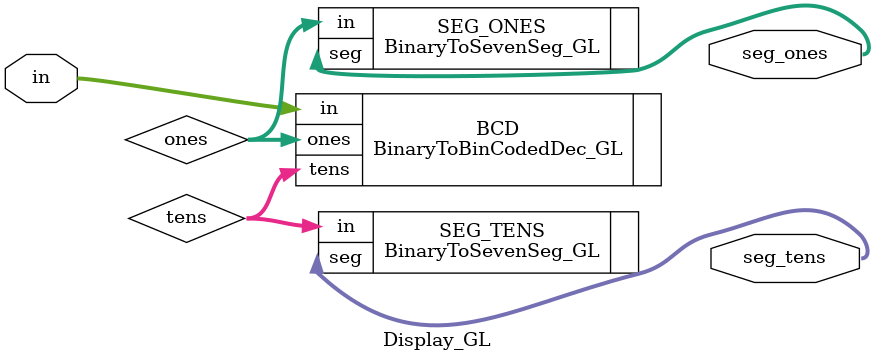
<source format=v>
`ifndef DISPLAY_GL_V
`define DISPLAY_GL_V

`include "BinaryToBinCodedDec_GL.v"
`include "BinaryToSevenSeg_GL.v"

module Display_GL
(
  (* keep=1 *) input  wire [4:0] in,
  (* keep=1 *) output wire [6:0] seg_tens,
  (* keep=1 *) output wire [6:0] seg_ones
);

  wire [3:0] tens;
  wire [3:0] ones;

  BinaryToBinCodedDec_GL BCD
  (
    .in(in),
    .tens(tens),
    .ones(ones)
  );

  BinaryToSevenSeg_GL SEG_TENS
  (
    .in(tens),
    .seg(seg_tens)
  );

  BinaryToSevenSeg_GL SEG_ONES
  (
    .in(ones),
    .seg(seg_ones)
  );

endmodule

`endif
</source>
